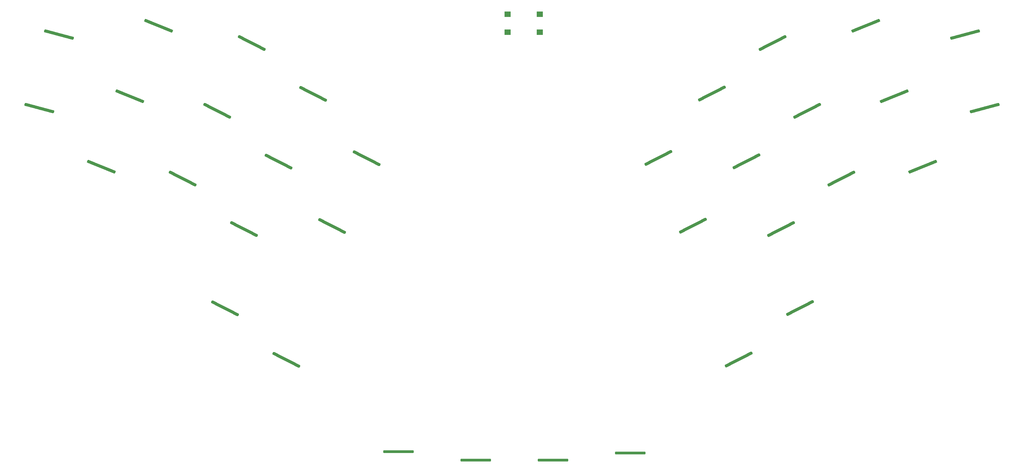
<source format=gbr>
%TF.GenerationSoftware,KiCad,Pcbnew,(6.0.4)*%
%TF.CreationDate,2022-10-16T13:45:35+02:00*%
%TF.ProjectId,Batreeq,42617472-6565-4712-9e6b-696361645f70,rev?*%
%TF.SameCoordinates,Original*%
%TF.FileFunction,Paste,Top*%
%TF.FilePolarity,Positive*%
%FSLAX46Y46*%
G04 Gerber Fmt 4.6, Leading zero omitted, Abs format (unit mm)*
G04 Created by KiCad (PCBNEW (6.0.4)) date 2022-10-16 13:45:35*
%MOMM*%
%LPD*%
G01*
G04 APERTURE LIST*
G04 Aperture macros list*
%AMRoundRect*
0 Rectangle with rounded corners*
0 $1 Rounding radius*
0 $2 $3 $4 $5 $6 $7 $8 $9 X,Y pos of 4 corners*
0 Add a 4 corners polygon primitive as box body*
4,1,4,$2,$3,$4,$5,$6,$7,$8,$9,$2,$3,0*
0 Add four circle primitives for the rounded corners*
1,1,$1+$1,$2,$3*
1,1,$1+$1,$4,$5*
1,1,$1+$1,$6,$7*
1,1,$1+$1,$8,$9*
0 Add four rect primitives between the rounded corners*
20,1,$1+$1,$2,$3,$4,$5,0*
20,1,$1+$1,$4,$5,$6,$7,0*
20,1,$1+$1,$6,$7,$8,$9,0*
20,1,$1+$1,$8,$9,$2,$3,0*%
G04 Aperture macros list end*
%ADD10R,1.600000X1.400000*%
%ADD11RoundRect,0.189673X-3.546058X0.753800X3.447877X-1.120219X3.546058X-0.753800X-3.447877X1.120219X0*%
%ADD12RoundRect,0.189673X-3.139626X-1.812593X3.311844X1.474595X3.139626X1.812593X-3.311844X-1.474595X0*%
%ADD13RoundRect,0.189673X-3.447877X-1.120219X3.546058X0.753800X3.447877X1.120219X-3.546058X-0.753800X0*%
%ADD14RoundRect,0.189673X-3.311844X1.474595X3.139626X-1.812593X3.311844X-1.474595X-3.139626X1.812593X0*%
%ADD15RoundRect,0.189673X-3.620327X-0.189672X3.620327X-0.189672X3.620327X0.189672X-3.620327X0.189672X0*%
%ADD16RoundRect,0.189673X-3.285656X-1.532059X3.427761X1.180338X3.285656X1.532059X-3.427761X-1.180338X0*%
%ADD17RoundRect,0.189673X-3.427761X1.180338X3.285656X-1.532059X3.427761X-1.180338X-3.285656X1.532059X0*%
G04 APERTURE END LIST*
D10*
%TO.C,SW35*%
X148677347Y-44118078D03*
X156677347Y-44118078D03*
X148677347Y-48618078D03*
X156677347Y-48618078D03*
%TD*%
D11*
%TO.C,SW7*%
X31673162Y-67601881D03*
%TD*%
D12*
%TO.C,SW26*%
X221724814Y-117548847D03*
%TD*%
D13*
%TO.C,SW34*%
X262989787Y-49244648D03*
%TD*%
D12*
%TO.C,SW21*%
X206452146Y-130406946D03*
%TD*%
%TO.C,SW25*%
X208343482Y-80861124D03*
%TD*%
D14*
%TO.C,SW4*%
X84733186Y-51347853D03*
%TD*%
%TO.C,SW8*%
X100081304Y-64012475D03*
%TD*%
D15*
%TO.C,SW22*%
X160048241Y-155595922D03*
%TD*%
%TO.C,SW27*%
X179352243Y-153817923D03*
%TD*%
D16*
%TO.C,SW33*%
X245279920Y-64651245D03*
%TD*%
D14*
%TO.C,SW16*%
X93346823Y-130487424D03*
%TD*%
D12*
%TO.C,SW28*%
X214854821Y-51346469D03*
%TD*%
D14*
%TO.C,SW5*%
X76107370Y-68276977D03*
%TD*%
%TO.C,SW15*%
X82829665Y-97870725D03*
%TD*%
D13*
%TO.C,SW31*%
X267916011Y-67604696D03*
%TD*%
D12*
%TO.C,SW23*%
X232106458Y-85204716D03*
%TD*%
D17*
%TO.C,SW6*%
X47191265Y-82267580D03*
%TD*%
D15*
%TO.C,SW12*%
X121442655Y-153475924D03*
%TD*%
D17*
%TO.C,SW1*%
X61426314Y-47034594D03*
%TD*%
D14*
%TO.C,SW11*%
X78074153Y-117629321D03*
%TD*%
D12*
%TO.C,SW19*%
X194991882Y-96978816D03*
%TD*%
D11*
%TO.C,SW3*%
X36583213Y-49231490D03*
%TD*%
D14*
%TO.C,SW10*%
X67481548Y-85206102D03*
%TD*%
D16*
%TO.C,SW32*%
X238162396Y-47034754D03*
%TD*%
D14*
%TO.C,SW9*%
X91455482Y-80941600D03*
%TD*%
%TO.C,SW13*%
X113432904Y-80130169D03*
%TD*%
D12*
%TO.C,SW18*%
X186366064Y-80049691D03*
%TD*%
%TO.C,SW24*%
X199717667Y-63931999D03*
%TD*%
D15*
%TO.C,SW17*%
X140722653Y-155592615D03*
%TD*%
D12*
%TO.C,SW29*%
X223480641Y-68275595D03*
%TD*%
D16*
%TO.C,SW30*%
X252397445Y-82267740D03*
%TD*%
D17*
%TO.C,SW2*%
X54309079Y-64651495D03*
%TD*%
D12*
%TO.C,SW20*%
X216969302Y-97790250D03*
%TD*%
D14*
%TO.C,SW14*%
X104807083Y-97059291D03*
%TD*%
M02*

</source>
